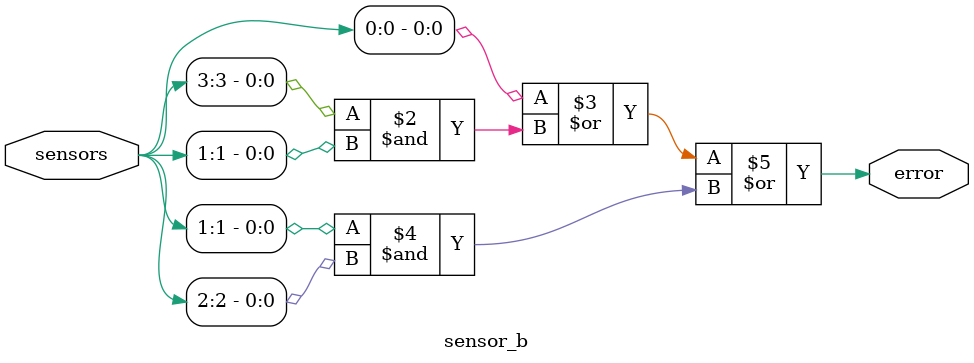
<source format=sv>


module sensor_b(
	input wire [3:0] sensors,
	output reg error
);

	always_comb
	begin
		error = sensors[0] | (sensors[3] & sensors[1]) | (sensors[1] & sensors[2]);
	end
endmodule

</source>
